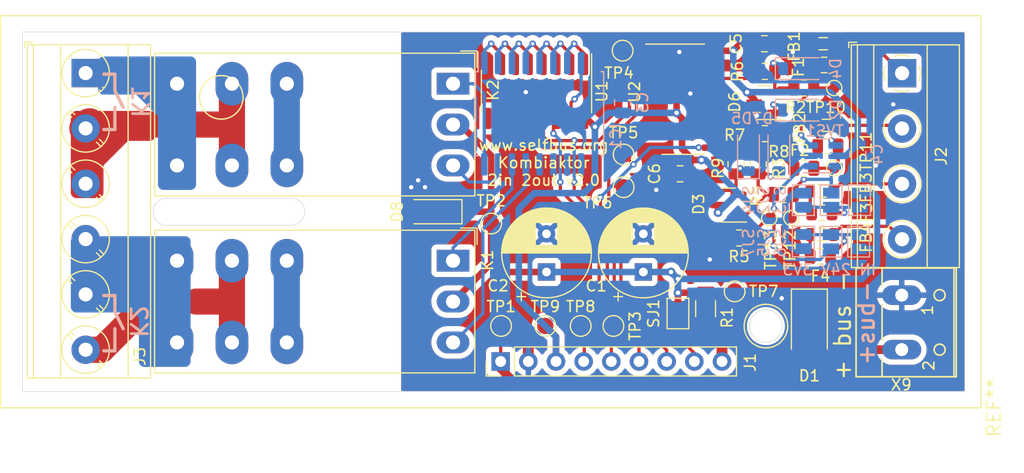
<source format=kicad_pcb>
(kicad_pcb (version 20240108) (generator "pcbnew") (generator_version "8.0")
  (layers (0 "F.Cu" signal) (31 "B.Cu" signal) (34 "B.Paste" user) (35 "F.Paste" user) (36 "B.SilkS" user "B.Silkscreen") (37 "F.SilkS" user "F.Silkscreen") (38 "B.Mask" user) (39 "F.Mask" user) (44 "Edge.Cuts" user))
  (net 0 "")
  (net 1 "GND")
  (net 2 "Net-(D2-K)")
  (net 3 "+3V3")
  (net 4 "VBUS")
  (net 5 "Net-(TVS1-I{slash}O2)")
  (net 6 "/EIB_DC")
  (net 7 "Net-(F1-Pad2)")
  (net 8 "Net-(TVS1-I{slash}O3)")
  (net 9 "Net-(F2-Pad2)")
  (net 10 "Net-(D5-K)")
  (net 11 "Net-(F3-Pad2)")
  (net 12 "Net-(D7-K)")
  (net 13 "Net-(F4-Pad2)")
  (net 14 "/IN1")
  (net 15 "/IN2")
  (net 16 "/IN3")
  (net 17 "/IN4")
  (net 22 "Net-(IC1-O4)")
  (net 23 "Net-(IC1-O3)")
  (net 24 "Net-(IC1-O2)")
  (net 25 "Net-(IC1-O1)")
  (net 26 "/PWM")
  (net 27 "/MOSI")
  (net 28 "/SSEL")
  (net 29 "/MISO")
  (net 30 "/SCK")
  (net 31 "/HV_2B")
  (net 32 "/HV_2A")
  (net 33 "/HV_1B")
  (net 34 "/HV_1A")
  (net 37 "Net-(D4-K)")
  (net 38 "/IO3F")
  (net 39 "/IO4F")
  (net 40 "/IO3")
  (net 41 "/I1D")
  (net 42 "/I2D")
  (net 43 "/I3D")
  (net 44 "/I4D")
  (net 46 "/O1")
  (net 47 "/O8")
  (net 48 "/O7")
  (net 49 "/O6")
  (net 50 "/O5")
  (net 51 "/O4")
  (net 52 "/O3")
  (net 53 "/O2")
  (net 54 "/IO4")
  (net 55 "VDD")
  (net 56 "unconnected-(K1-Pad12)")
  (net 57 "unconnected-(K2-Pad12)")
  (footprint "selfbus:HFE20-GENERIC-COMBO" (layer "F.Cu") (at 145.09 40.5 180)
    (property "Reference" "K2")
    (property "Value" "HFE20-1/24-1HSD-L2")
  )
  (footprint "Capacitor_THT:CP_Radial_D8.0mm_P3.50mm" (layer "F.Cu") (at 162.56 57.785 90)
    (property "Reference" "C1")
    (property "Value" "330µF/35V")
  )
  (footprint "TestPoint:TestPoint_Pad_D1.5mm" (layer "F.Cu") (at 170.942 59.563)
    (property "Reference" "TP7")
    (property "Value" "EIB_DC")
  )
  (footprint "selfbus:HUT_CNMB_2" (layer "F.Cu") (at 193.562092 70.251281 90)
    (property "Reference" "REF**")
    (property "Value" "Val**")
    (fp_line (start 34.5 -88) (end 1.5 -88) (stroke (width 0.05)) (layer "Edge.Cuts"))
    (fp_line (start 1.5 -88) (end 1.5 -1.5) (stroke (width 0.05)) (layer "Edge.Cuts"))
    (fp_line (start 34.5 -1.5) (end 34.5 -88) (stroke (width 0.05)) (layer "Edge.Cuts"))
    (fp_line (start 1.5 -1.5) (end 34.5 -1.5) (stroke (width 0.05)) (layer "Edge.Cuts"))
  )
  (footprint "Diode_SMD:D_MiniMELF" (layer "F.Cu") (at 143.25 52.25 180)
    (property "Reference" "D8")
    (property "Value" "12V")
  )
  (footprint "Inductor_SMD:L_0805_2012Metric" (layer "F.Cu") (at 178.945 50.34625)
    (property "Reference" "FB3")
    (property "Value" "1.5kΩ@100MHz")
  )
  (footprint "TestPoint:TestPoint_Pad_D1.5mm" (layer "F.Cu") (at 160.75 50)
    (property "Reference" "TP6")
    (property "Value" "SCK")
  )
  (footprint "Inductor_SMD:L_0805_2012Metric" (layer "F.Cu") (at 179.07 36.83)
    (property "Reference" "FB1")
    (property "Value" "1.5kΩ@100MHz")
  )
  (footprint "Resistor_SMD:R_0805_2012Metric" (layer "F.Cu") (at 175.4075 50.673 180)
    (property "Reference" "R4")
    (property "Value" "1k")
  )
  (footprint "TestPoint:TestPoint_Pad_D1.0mm" (layer "F.Cu") (at 180.086 40.894)
    (property "Reference" "TP10")
    (property "Value" "IN1")
  )
  (footprint "Fuse:Fuse_0805_2012Metric" (layer "F.Cu") (at 179.4995 46.228 180)
    (property "Reference" "F2")
    (property "Value" "BSMD0805-005-33V")
  )
  (footprint "TestPoint:TestPoint_Pad_D1.0mm" (layer "F.Cu") (at 176.149 52.832)
    (property "Reference" "TP12")
    (property "Value" "IN3")
  )
  (footprint "Connector_PinHeader_2.54mm:PinHeader_1x09_P2.54mm_Vertical" (layer "F.Cu") (at 149.46 66 90)
    (property "Reference" "J1")
    (property "Value" "Con_CTRL")
  )
  (footprint "Capacitor_SMD:C_0805_2012Metric" (layer "F.Cu") (at 173.67 36.83)
    (property "Reference" "C5")
    (property "Value" "100n")
  )
  (footprint "Resistor_SMD:R_0805_2012Metric" (layer "F.Cu") (at 177.292 40.894 180)
    (property "Reference" "R2")
    (property "Value" "1k")
  )
  (footprint "Package_SO:SOIC-16_3.9x9.9mm_P1.27mm" (layer "F.Cu") (at 152.75 41.21 -90)
    (property "Reference" "U1")
    (property "Value" "74HC595")
  )
  (footprint "TestPoint:TestPoint_Pad_D1.5mm" (layer "F.Cu") (at 153.56 62.738)
    (property "Reference" "TP9")
    (property "Value" "3V3")
  )
  (footprint "Inductor_SMD:L_0805_2012Metric" (layer "F.Cu") (at 178.945 54.34625)
    (property "Reference" "FB4")
    (property "Value" "1.5kΩ@100MHz")
  )
  (footprint "selfbus:HFE20-GENERIC-COMBO" (layer "F.Cu") (at 145.09 56.75 180)
    (property "Reference" "K1")
    (property "Value" "HFE20-1/24-1HSD-L2")
  )
  (footprint "Capacitor_SMD:C_0805_2012Metric" (layer "F.Cu") (at 165.928 48.768 180)
    (property "Reference" "C6")
    (property "Value" "100n")
  )
  (footprint "Jumper:SolderJumper-2_P1.3mm_Open_Pad1.0x1.5mm" (layer "F.Cu") (at 165.735 61.595 90)
    (property "Reference" "SJ1")
    (property "Value" "RELAY_24V")
  )
  (footprint "TestPoint:TestPoint_Pad_D1.0mm" (layer "F.Cu") (at 174.117 52.832)
    (property "Reference" "TP13")
    (property "Value" "IN4")
  )
  (footprint "TestPoint:TestPoint_Pad_D1.5mm" (layer "F.Cu") (at 149.5 62.738)
    (property "Reference" "TP1")
    (property "Value" "VBUS")
  )
  (footprint "Inductor_SMD:L_0805_2012Metric" (layer "F.Cu") (at 179.3705 44.323)
    (property "Reference" "FB2")
    (property "Value" "1.5kΩ@100MHz")
  )
  (footprint "Resistor_SMD:R_0805_2012Metric" (layer "F.Cu") (at 171.069 47.879 -90)
    (property "Reference" "R9")
    (property "Value" "100")
  )
  (footprint "selfbus:W237-102" (layer "F.Cu") (at 187.548558 62.410797 -90)
    (property "Reference" "X9")
    (property "Value" "W237-102")
  )
  (footprint "TestPoint:TestPoint_Pad_D1.5mm" (layer "F.Cu") (at 156.81 62.738)
    (property "Reference" "TP8")
    (property "Value" "PWM")
  )
  (footprint "Diode_SMD:D_SMA" (layer "F.Cu") (at 177.8 62.865 -90)
    (property "Reference" "D1")
    (property "Value" "SMAJ40CA")
  )
  (footprint "Resistor_SMD:R_1206_3216Metric" (layer "F.Cu") (at 168.275 61.1525 90)
    (property "Reference" "R1")
    (property "Value" "680")
  )
  (footprint "Package_TO_SOT_SMD:SOT-23" (layer "F.Cu") (at 173.6875 42.23 180)
    (property "Reference" "D6")
    (property "Value" "BAT54C")
  )
  (footprint "TestPoint:TestPoint_Pad_D1.5mm" (layer "F.Cu") (at 160.655 37.465)
    (property "Reference" "TP4")
    (property "Value" "SSEL")
  )
  (footprint "TestPoint:TestPoint_Pad_D1.0mm" (layer "F.Cu") (at 180.086 48.26)
    (property "Reference" "TP11")
    (property "Value" "IN2")
  )
  (footprint "Fuse:Fuse_0805_2012Metric" (layer "F.Cu") (at 178.8075 56.34625 180)
    (property "Reference" "F4")
    (property "Value" "BSMD0805-005-33V")
  )
  (footprint "Package_TO_SOT_SMD:SOT-23" (layer "F.Cu") (at 170.3555 51.6405 180)
    (property "Reference" "D3")
    (property "Value" "BAT54C")
  )
  (footprint "Resistor_SMD:R_0805_2012Metric" (layer "F.Cu") (at 173.7125 39.37 180)
    (property "Reference" "R6")
    (property "Value" "100")
  )
  (footprint "Resistor_SMD:R_0805_2012Metric" (layer "F.Cu") (at 177.292 48.26 180)
    (property "Reference" "R3")
    (property "Value" "1k")
  )
  (footprint "Resistor_SMD:R_0805_2012Metric" (layer "F.Cu") (at 173.101 47.879 90)
    (property "Reference" "R8")
    (property "Value" "100")
  )
  (footprint "TestPoint:TestPoint_Pad_D1.5mm" (layer "F.Cu") (at 160.75 47)
    (property "Reference" "TP5")
    (property "Value" "MISO")
  )
  (footprint "Resistor_SMD:R_0805_2012Metric" (layer "F.Cu") (at 173.7125 45.085 180)
    (property "Reference" "R7")
    (property "Value" "100")
  )
  (footprint "Fuse:Fuse_0805_2012Metric" (layer "F.Cu") (at 179.1485 38.7835 180)
    (property "Reference" "F1")
    (property "Value" "BSMD0805-005-33V")
  )
  (footprint "TerminalBlock_Phoenix:TerminalBlock_Phoenix_MKDS-1,5-4-5.08_1x04_P5.08mm_Horizontal" (layer "F.Cu") (at 186.310558 39.534639 -90)
    (property "Reference" "J2")
    (property "Value" "Con_IO")
  )
  (footprint "Capacitor_THT:CP_Radial_D8.0mm_P3.50mm" (layer "F.Cu") (at 153.67 57.785 90)
    (property "Reference" "C2")
    (property "Value" "330µF/35V")
  )
  (footprint "TestPoint:TestPoint_Pad_D1.5mm" (layer "F.Cu") (at 159.81 62.738)
    (property "Reference" "TP3")
    (property "Value" "MOSI")
  )
  (footprint "Package_SO:SO-16_3.9x9.9mm_P1.27mm" (layer "F.Cu") (at 166.225 41.925)
    (property "Reference" "U2")
    (property "Value" "74HC165")
  )
  (footprint "Fuse:Fuse_0805_2012Metric" (layer "F.Cu") (at 178.945 52.34625 180)
    (property "Reference" "F3")
    (property "Value" "BSMD0805-005-33V")
  )
  (footprint "TestPoint:TestPoint_Pad_D1.5mm" (layer "F.Cu") (at 148.59 53.34)
    (property "Reference" "TP2")
    (property "Value" "V_relay")
  )
  (footprint "TerminalBlock_Phoenix:TerminalBlock_Phoenix_MKDS-3-6-5.08_1x06_P5.08mm_Horizontal" (layer "F.Cu") (at 111.359754 39.522704 -90)
    (property "Reference" "J3")
    (property "Value" "Con_230V")
  )
  (footprint "Resistor_SMD:R_0805_2012Metric" (layer "F.Cu") (at 171.3503 54.6608 180)
    (property "Reference" "R5")
    (property "Value" "1k")
  )
  (footprint "Jumper:SolderJumper-2_P1.3mm_Open_Pad1.0x1.5mm" (layer "B.Cu") (at 182.3225 55.00625 90)
    (property "Reference" "SJ6")
    (property "Value" "IN4_VDD")
  )
  (footprint "Jumper:SolderJumper-2_P1.3mm_Open_Pad1.0x1.5mm" (layer "B.Cu") (at 179.7825 55.00625 90)
    (property "Reference" "SJ5")
    (property "Value" "IN4_INPUT")
  )
  (footprint "Capacitor_SMD:C_0805_2012Metric" (layer "B.Cu") (at 160.655 42.23 90)
    (property "Reference" "C3")
    (property "Value" "100n")
  )
  (footprint "Package_TO_SOT_SMD:SOT-23-6" (layer "B.Cu") (at 179.07 47.1225)
    (property "Reference" "TVS1")
    (property "Value" "USBLC6-4SC6")
  )
  (footprint "Jumper:SolderJumper-2_P1.3mm_Open_Pad1.0x1.5mm" (layer "B.Cu") (at 177.2425 51.19625 -90)
    (property "Reference" "SJ4")
    (property "Value" "IN3_3V3")
  )
  (footprint "Package_SO:SOIC-18W_7.5x11.6mm_P1.27mm" (layer "B.Cu") (at 153.035 43.255 -90)
    (property "Reference" "IC1")
    (property "Value" "ULN2803")
  )
  (footprint "Capacitor_SMD:C_0805_2012Metric" (layer "B.Cu") (at 182.245 46.99 90)
    (property "Reference" "C4")
    (property "Value" "100n")
  )
  (footprint "Diode_SMD:D_SOD-123" (layer "B.Cu") (at 172.21 46.862 90)
    (property "Reference" "D5")
    (property "Value" "DDZ9684")
  )
  (footprint "Diode_SMD:D_SOD-123" (layer "B.Cu") (at 177.038 42.926)
    (property "Reference" "D2")
    (property "Value" "DDZ9684")
  )
  (footprint "Diode_SMD:D_SOD-123" (layer "B.Cu") (at 175.006 46.862 90)
    (property "Reference" "D7")
    (property "Value" "DDZ9684")
  )
  (footprint "Jumper:SolderJumper-2_P1.3mm_Open_Pad1.0x1.5mm" (layer "B.Cu") (at 182.4075 51.19625 -90)
    (property "Reference" "SJ3")
    (property "Value" "IN3_VDD")
  )
  (footprint "Jumper:SolderJumper-2_P1.3mm_Open_Pad1.0x1.5mm" (layer "B.Cu") (at 179.8075 51.19625 -90)
    (property "Reference" "SJ2")
    (property "Value" "IN3_INPUT")
  )
  (footprint "Jumper:SolderJumper-2_P1.3mm_Open_Pad1.0x1.5mm" (layer "B.Cu") (at 177.2425 54.99125 90)
    (property "Reference" "SJ7")
    (property "Value" "IN4_3V3")
  )
  (footprint "Diode_SMD:D_SOD-123" (layer "B.Cu") (at 177.038 39.116)
    (property "Reference" "D4")
    (property "Value" "DDZ9684")
  )
  (gr_line (start 114.046 59.944) (end 114.046 61.468) (stroke (width 0.3048)) (layer "B.SilkS"))
  (gr_line (start 114.046 61.468) (end 114.808 62.992) (stroke (width 0.3048)) (layer "B.SilkS"))
  (gr_line (start 114.046 42.672) (end 114.046 44.704) (stroke (width 0.3048)) (layer "B.SilkS"))
  (gr_line (start 114.046 44.704) (end 113.03 44.704) (stroke (width 0.3048)) (layer "B.SilkS"))
  (gr_line (start 113.03 39.624) (end 114.046 39.624) (stroke (width 0.3048)) (layer "B.SilkS"))
  (gr_line (start 113.03 59.944) (end 114.046 59.944) (stroke (width 0.3048)) (layer "B.SilkS"))
  (gr_line (start 114.046 62.992) (end 114.046 65.024) (stroke (width 0.3048)) (layer "B.SilkS"))
  (gr_line (start 114.046 65.024) (end 113.03 65.024) (stroke (width 0.3048)) (layer "B.SilkS"))
  (gr_line (start 114.046 41.148) (end 114.808 42.672) (stroke (width 0.3048)) (layer "B.SilkS"))
  (gr_line (start 114.046 39.624) (end 114.046 41.148) (stroke (width 0.3048)) (layer "B.SilkS"))
  (gr_poly (pts (xy 130.342049 51.005032) (xy 130.562546 51.045046) (xy 130.772355 51.123789) (xy 130.964732 51.238729) (xy 131.133494 51.386172) (xy 131.273217 51.561379) (xy 131.37941 51.758719) (xy 131.44866 51.971849) (xy 131.478741 52.193919) (xy 131.468687 52.417792) (xy 131.418821 52.636271) (xy 131.330744 52.842336) (xy 131.207289 53.029362) (xy 131.052423 53.191339) (xy 130.871124 53.323061) (xy 130.669219 53.420294) (xy 130.453196 53.479912) (xy 130.23 53.5) (xy 118.8 53.5) (xy 118.687951 53.494968) (xy 118.467454 53.454954) (xy 118.257645 53.376211) (xy 118.065268 53.261271) (xy 117.896506 53.113828) (xy 117.756783 52.938621) (xy 117.65059 52.741281) (xy 117.58134 52.528151) (xy 117.551259 52.306081) (xy 117.561313 52.082208) (xy 117.611179 51.863729) (xy 117.699256 51.657664) (xy 117.822711 51.470638) (xy 117.977577 51.308661) (xy 118.158876 51.176939) (xy 118.360781 51.079706) (xy 118.576804 51.020088) (xy 118.8 51) (xy 130.23 51)) (stroke (width 0.05)) (fill none) (layer "Edge.Cuts"))
  (gr_circle (center 173.812092 62.751281) (end 175.312092 62.751281) (stroke (width 0.05)) (fill none) (layer "Edge.Cuts"))
  (gr_text "K1" (at 117.221 40.513 -90) (layer "B.SilkS") (effects (font (size 1.5 1.5) (thickness 0.25) (bold yes)) (justify right top mirror)))
  (gr_text "K2" (at 117.094 60.706 -90) (layer "B.SilkS") (effects (font (size 1.5 1.5) (thickness 0.25) (bold yes)) (justify right top mirror)))
  (gr_text "-bus+" (at 183.896 62.484 90) (layer "B.SilkS") (effects (font (size 1.5 1.5) (thickness 0.25) (bold yes)) (justify bottom mirror)))
  (gr_text "IN 24V 3V3" (at 184.023 58.166 0) (layer "B.SilkS") (effects (font (size 1 1) (thickness 0.15) (bold yes)) (justify left bottom mirror)))
  (gr_text "www.selfbus.org\nKombiaktor\n2in 2out v2.0" (at 153.416 47.75 0) (layer "F.SilkS") (effects (font (size 1 1))))
  (gr_text "+ bus -" (at 180.848 62.738 90) (layer "F.SilkS") (effects (font (size 1.5 1.5) (thickness 0.2))))
  (segment (start 152 66) (end 152 64.223943) (width 1) (layer "F.Cu") (net 1))
  (via (at 172.974 43.434) (size 0.8) (drill 0.4) (layers "F.Cu" "B.Cu") (net 1))
  (via (at 183.896 48.006) (size 0.8) (drill 0.4) (layers "F.Cu" "B.Cu") (net 1))
  (via (at 168.656 56.642) (size 0.8) (drill 0.4) (layers "F.Cu" "B.Cu") (net 1))
  (via (at 163.75 50.25) (size 0.8) (drill 0.4) (layers "F.Cu" "B.Cu") (net 1))
  (via (at 175.26 60.198) (size 0.8) (drill 0.4) (layers "F.Cu" "B.Cu") (net 1))
  (via (at 166.878 41.402) (size 0.8) (drill 0.4) (layers "F.Cu" "B.Cu") (net 1))
  (via (at 141.25 50) (size 0.8) (drill 0.4) (layers "F.Cu" "B.Cu") (net 1))
  (via (at 176.276 37.592) (size 0.8) (drill 0.4) (layers "F.Cu" "B.Cu") (net 1))
  (via (at 142.52 50) (size 0.8) (drill 0.4) (layers "F.Cu" "B.Cu") (net 1))
  (via (at 165.862 37.592) (size 0.8) (drill 0.4) (layers "F.Cu" "B.Cu") (net 1))
  (via (at 151.765 41.275) (size 0.8) (drill 0.4) (layers "F.Cu" "B.Cu") (net 1))
  (via (at 185.5 42.4) (size 0.8) (drill 0.4) (layers "F.Cu" "B.Cu") (net 1))
  (via (at 141.885 49.365) (size 0.8) (drill 0.4) (layers "F.Cu" "B.Cu") (net 1))
  (segment (start 174.625 46.5055) (end 176.3795 48.26) (width 0.3) (layer "F.Cu") (net 2))
  (segment (start 174.625 42.545) (end 174.625 43.18) (width 0.3) (layer "F.Cu") (net 2))
  (segment (start 174.625 45.085) (end 174.625 46.5055) (width 0.3) (layer "F.Cu") (net 2))
  (segment (start 174.625 43.18) (end 174.625 45.085) (width 0.3) (layer "F.Cu") (net 2))
  (segment (start 174.498 42.418) (end 174.625 42.545) (width 0.3) (layer "F.Cu") (net 2))
  (via (at 174.498 42.418) (size 0.6) (drill 0.3) (layers "F.Cu" "B.Cu") (net 2))
  (segment (start 174.88 42.418) (end 175.388 42.926) (width 0.3) (layer "B.Cu") (net 2))
  (segment (start 174.498 42.418) (end 174.88 42.418) (width 0.3) (layer "B.Cu") (net 2))
  (segment (start 170.8 37.48) (end 168.8 37.48) (width 0.6) (layer "F.Cu") (net 3))
  (segment (start 172.72 36.83) (end 171.45 36.83) (width 0.6) (layer "F.Cu") (net 3))
  (segment (start 166.878 47.752) (end 166.878 48.768) (width 0.6) (layer "F.Cu") (net 3))
  (segment (start 171.45 36.83) (end 170.8 37.48) (width 0.6) (layer "F.Cu") (net 3))
  (segment (start 169.418 51.6405) (end 169.418 52.324) (width 0.6) (layer "F.Cu") (net 3))
  (segment (start 154.54 63.718) (end 153.56 62.738) (width 0.6) (layer "F.Cu") (net 3))
  (segment (start 165.608 43.18) (end 166.116 43.688) (width 0.6) (layer "F.Cu") (net 3))
  (segment (start 154.54 66) (end 154.54 63.718) (width 0.6) (layer "F.Cu") (net 3))
  (segment (start 165.608 39.878) (end 168.006 37.48) (width 0.6) (layer "F.Cu") (net 3))
  (segment (start 157.195 43.685) (end 157.35 43.685) (width 0.6) (layer "F.Cu") (net 3))
  (segment (start 167.894 47.498) (end 167.132 47.498) (width 0.6) (layer "F.Cu") (net 3))
  (segment (start 157.35 43.685) (end 158.115 44.45) (width 0.6) (layer "F.Cu") (net 3))
  (segment (start 165.608 43.18) (end 165.608 39.878) (width 0.6) (layer "F.Cu") (net 3))
  (segment (start 168.006 37.48) (end 168.8 37.48) (width 0.6) (layer "F.Cu") (net 3))
  (segment (start 166.116 43.688) (end 166.116 46.482) (width 0.6) (layer "F.Cu") (net 3))
  (segment (start 167.132 47.498) (end 166.878 47.752) (width 0.6) (layer "F.Cu") (net 3))
  (segment (start 172.75 42.23) (end 172.75 41.94) (width 0.6) (layer "F.Cu") (net 3))
  (segment (start 166.116 46.482) (end 167.132 47.498) (width 0.6) (layer "F.Cu") (net 3))
  (segment (start 172.75 41.94) (end 172.085 41.275) (width 0.6) (layer "F.Cu") (net 3))
  (via (at 172.085 41.275) (size 0.8) (drill 0.4) (layers "F.Cu" "B.Cu") (net 3))
  (via (at 165.608 43.18) (size 0.8) (drill 0.4) (layers "F.Cu" "B.Cu") (net 3))
  (via (at 169.418 52.324) (size 0.8) (drill 0.4) (layers "F.Cu" "B.Cu") (net 3))
  (via (at 167.894 47.498) (size 0.8) (drill 0.4) (layers "F.Cu" "B.Cu") (net 3))
  (via (at 170.815 37.48) (size 0.8) (drill 0.4) (layers "F.Cu" "B.Cu") (net 3))
  (via (at 158.115 44.45) (size 0.8) (drill 0.4) (layers "F.Cu" "B.Cu") (net 3))
  (segment (start 182.245 43.815) (end 182.245 46.04) (width 0.6) (layer "B.Cu") (net 3))
  (segment (start 151.13 51.9684) (end 151.13 60.325) (width 0.6) (layer "B.Cu") (net 3))
  (segment (start 158.115 47.905) (end 158.115 45.085) (width 0.6) (layer "B.Cu") (net 3))
  (segment (start 175.6075 54.95625) (end 175.6075 53.08625) (width 0.6) (layer "B.Cu") (net 3))
  (segment (start 173.83785 53.08625) (end 175.6075 53.08625) (width 0.6) (layer "B.Cu") (net 3))
  (segment (start 168.2496 47.498) (end 171.2468 50.4952) (width 0.6) (layer "B.Cu") (net 3))
  (segment (start 172.085 41.275) (end 179.705 41.275) (width 0.6) (layer "B.Cu") (net 3))
  (segment (start 170.815 37.48) (end 170.815 40.005) (width 0.6) (layer "B.Cu") (net 3))
  (segment (start 157.099 50.546) (end 152.5524 50.546) (width 0.6) (layer "B.Cu") (net 3))
  (segment (start 169.418 52.324) (end 171.2468 50.4952) (width 0.6) (layer "B.Cu") (net 3))
  (segment (start 154.54 63.735) (end 154.54 66) (width 0.6) (layer "B.Cu") (net 3))
  (segment (start 151.13 60.325) (end 154.54 63.735) (width 0.6) (layer "B.Cu") (net 3))
  (segment (start 177.2425 50.54625) (end 176.4075 50.54625) (width 0.6) (layer "B.Cu") (net 3))
  (segment (start 158.115 47.905) (end 158.115 49.53) (width 0.6) (layer "B.Cu") (net 3))
  (segment (start 167.894 47.498) (end 168.2496 47.498) (width 0.6) (layer "B.Cu") (net 3))
  (segment (start 176.4075 50.54625) (end 175.6075 51.34625) (width 0.6) (layer "B.Cu") (net 3))
  (segment (start 179.705 41.275) (end 182.245 43.815) (width 0.6) (layer "B.Cu") (net 3))
  (segment (start 158.115 49.53) (end 157.099 50.546) (width 0.6) (layer "B.Cu") (net 3))
  (segment (start 152.5524 50.546) (end 151.13 51.9684) (width 0.6) (layer "B.Cu") (net 3))
  (segment (start 181.1625 47.1225) (end 182.245 46.04) (width 0.6) (layer "B.Cu") (net 3))
  (segment (start 175.6075 51.34625) (end 175.6075 53.08625) (width 0.6) (layer "B.Cu") (net 3))
  (segment (start 176.2925 55.64125) (end 175.6075 54.95625) (width 0.6) (layer "B.Cu") (net 3))
  (segment (start 158.115 45.085) (end 158.115 44.45) (width 0.6) (layer "B.Cu") (net 3))
  (segment (start 180.2075 47.1225) (end 181.1625 47.1225) (width 0.6) (layer "B.Cu") (net 3))
  (segment (start 177.2425 55.64125) (end 176.2925 55.64125) (width 0.6) (layer "B.Cu") (net 3))
  (segment (start 158.115 44.45) (end 159.385 43.18) (width 0.6) (layer "B.Cu") (net 3))
  (segment (start 171.2468 50.4952) (end 173.83785 53.08625) (width 0.6) (layer "B.Cu") (net 3))
  (segment (start 160.655 43.18) (end 165.608 43.18) (width 0.6) (layer "B.Cu") (net 3))
  (segment (start 170.815 40.005) (end 172.085 41.275) (width 0.6) (layer "B.Cu") (net 3))
  (segment (start 159.385 43.18) (end 160.655 43.18) (width 0.6) (layer "B.Cu") (net 3))
  (segment (start 149.46 66) (end 149.46 62.89) (width 0.3) (layer "F.Cu") (net 4))
  (segment (start 186.276179 64.913176) (end 186.278558 64.910797) (width 0.8) (layer "F.Cu") (net 4))
  (segment (start 175.895 67.945) (end 177.8 66.04) (width 0.8) (layer "F.Cu") (net 4))
  (segment (start 177.8 66.04) (end 177.8 64.865) (width 0.8) (layer "F.Cu") (net 4))
  (segment (start 150.75 67.945) (end 175.895 67.945) (width 0.8) (layer "F.Cu") (net 4))
  (segment (start 177.8 64.865) (end 177.848176 64.913176) (width 0.8) (layer "F.Cu") (net 4))
  (segment (start 177.848176 64.913176) (end 186.276179 64.913176) (width 0.8) (layer "F.Cu") (net 4))
  (segment (start 149.46 62.89) (end 149.5 62.85) (width 0.8) (layer "F.Cu") (net 4))
  (segment (start 149.46 66) (end 149.46 66.655) (width 0.8) (layer "F.Cu") (net 4))
  (segment (start 149.46 66.655) (end 150.75 67.945) (width 0.8) (layer "F.Cu") (net 4))
  (segment (start 177.038 42.0605) (end 177.038 45.212) (width 0.3) (layer "F.Cu") (net 5))
  (segment (start 180.086 38.7835) (end 180.086 40.894) (width 0.3) (layer "F.Cu") (net 5))
  (segment (start 180.086 40.894) (end 178.2045 40.894) (width 0.3) (layer "F.Cu") (net 5))
  (segment (start 178.2045 40.894) (end 177.038 42.0605) (width 0.3) (layer "F.Cu") (net 5))
  (via (at 177.038 45.212) (size 0.6) (drill 0.3) (layers "F.Cu" "B.Cu") (net 5))
  (segment (start 177.038 45.278) (end 177.9325 46.1725) (width 0.3) (layer "B.Cu") (net 5))
  (segment (start 177.038 45.212) (end 177.038 45.278) (width 0.3) (layer "B.Cu") (net 5))
  (segment (start 168.525 62.615) (end 170.942 60.198) (width 0.6) (layer "F.Cu") (net 6))
  (segment (start 166.105 62.615) (end 165.735 62.245) (width 0.6) (layer "F.Cu") (net 6))
  (segment (start 168.275 62.615) (end 166.105 62.615) (width 0.6) (layer "F.Cu") (net 6))
  (segment (start 170.942 60.198) (end 170.942 59.563) (width 0.6) (layer "F.Cu") (net 6))
  (segment (start 168.22 62.67) (end 168.275 62.615) (width 0.6) (layer "F.Cu") (net 6))
  (segment (start 168.275 62.615) (end 168.525 62.615) (width 0.6) (layer "F.Cu") (net 6))
  (segment (start 169.78 66) (end 169.78 64.53) (width 1) (layer "F.Cu") (net 6))
  (segment (start 168.275 63.025) (end 168.275 62.615) (width 1) (layer "F.Cu") (net 6))
  (segment (start 169.78 64.53) (end 168.275 63.025) (width 1) (layer "F.Cu") (net 6))
  (segment (start 178.211 37.0335) (end 178.0075 36.83) (width 0.3) (layer "F.Cu") (net 7))
  (segment (start 178.211 38.7835) (end 178.211 37.0335) (width 0.3) (layer "F.Cu") (net 7))
  (segment (start 180.34 46.228) (end 179.832 45.72) (width 0.3) (layer "F.Cu") (net 8))
  (segment (start 180.437 46.228) (end 180.437 47.909) (width 0.3) (layer "F.Cu") (net 8))
  (segment (start 180.437 46.228) (end 180.34 46.228) (width 0.3) (layer "F.Cu") (net 8))
  (segment (start 178.2045 48.26) (end 180.086 48.26) (width 0.3) (layer "F.Cu") (net 8))
  (segment (start 180.437 47.909) (end 180.086 48.26) (width 0.3) (layer "F.Cu") (net 8))
  (via (at 179.832 45.72) (size 0.6) (drill 0.3) (layers "F.Cu" "B.Cu") (net 8))
  (segment (start 179.832 45.72) (end 179.832 45.797) (width 0.3) (layer "B.Cu") (net 8))
  (segment (start 179.832 45.797) (end 180.2075 46.1725) (width 0.3) (layer "B.Cu") (net 8))
  (segment (start 178.562 44.577) (end 178.308 44.323) (width 0.3) (layer "F.Cu") (net 9))
  (segment (start 178.562 46.228) (end 178.562 44.577) (width 0.3) (layer "F.Cu") (net 9))
  (segment (start 171.069 50.4665) (end 171.293 50.6905) (width 0.3) (layer "F.Cu") (net 10))
  (segment (start 170.4378 54.6608) (end 168.7068 54.6608) (width 0.3) (layer "F.Cu") (net 10))
  (segment (start 168.656 50.292) (end 170.8945 50.292) (width 0.3) (layer "F.Cu") (net 10))
  (segment (start 171.069 48.641) (end 171.45 48.26) (width 0.3) (layer "F.Cu") (net 10))
  (segment (start 168.148 54.102) (end 168.148 50.8) (width 0.3) (layer "F.Cu") (net 10))
  (segment (start 170.8945 50.292) (end 171.293 50.6905) (width 0.3) (layer "F.Cu") (net 10))
  (segment (start 171.069 48.7915) (end 171.069 48.641) (width 0.3) (layer "F.Cu") (net 10))
  (segment (start 168.148 50.8) (end 168.656 50.292) (width 0.3) (layer "F.Cu") (net 10))
  (segment (start 168.7068 54.6608) (end 168.148 54.102) (width 0.3) (layer "F.Cu") (net 10))
  (segment (start 171.069 48.7915) (end 171.069 50.4665) (width 0.3) (layer "F.Cu") (net 10))
  (via (at 171.45 48.26) (size 0.6) (drill 0.3) (layers "F.Cu" "B.Cu") (net 10))
  (segment (start 171.702 48.512) (end 171.45 48.26) (width 0.3) (layer "B.Cu") (net 10))
  (segment (start 172.21 48.512) (end 171.702 48.512) (width 0.3) (layer "B.Cu") (net 10))
  (segment (start 177.8825 52.22125) (end 178.0075 52.34625) (width 0.3) (layer "F.Cu") (net 11))
  (segment (start 177.8825 50.34625) (end 177.8825 52.22125) (width 0.3) (layer "F.Cu") (net 11))
  (segment (start 174.244 49.022) (end 174.0135 48.7915) (width 0.3) (layer "F.Cu") (net 12))
  (segment (start 174.0135 48.7915) (end 173.101 48.7915) (width 0.3) (layer "F.Cu") (net 12))
  (segment (start 171.293 52.5905) (end 171.9455 52.5905) (width 0.3) (layer "F.Cu") (net 12))
  (segment (start 173.899 50.673) (end 173.101 49.875) (width 0.3) (layer "F.Cu") (net 12))
  (segment (start 171.9455 52.5905) (end 173.863 50.673) (width 0.3) (layer "F.Cu") (net 12))
  (segment (start 174.495 50.673) (end 173.899 50.673) (width 0.3) (layer "F.Cu") (net 12))
  (segment (start 173.101 48.7915) (end 173.101 49.875) (width 0.3) (layer "F.Cu") (net 12))
  (segment (start 173.863 50.673) (end 173.899 50.673) (width 0.3) (layer "F.Cu") (net 12))
  (via (at 174.244 49.022) (size 0.6) (drill 0.3) (layers "F.Cu" "B.Cu") (net 12))
  (segment (start 174.754 48.512) (end 175.006 48.512) (width 0.3) (layer "B.Cu") (net 12))
  (segment (start 174.244 49.022) (end 174.754 48.512) (width 0.3) (layer "B.Cu") (net 12))
  (segment (start 177.87 54.35875) (end 177.8825 54.34625) (width 0.3) (layer "F.Cu") (net 13))
  (segment (start 177.87 56.34625) (end 177.87 54.35875) (width 0.3) (layer "F.Cu") (net 13))
  (segment (start 180.1325 36.83) (end 183.605919 36.83) (width 0.3) (layer "F.Cu") (net 14))
  (segment (start 183.605919 36.83) (end 186.310558 39.534639) (width 0.3) (layer "F.Cu") (net 14))
  (segment (start 180.433 44.323) (end 186.018919 44.323) (width 0.3) (layer "F.Cu") (net 15))
  (segment (start 186.018919 44.323) (end 186.310558 44.614639) (width 0.3) (layer "F.Cu") (net 15))
  (segment (start 176.149 50.51725) (end 176.32 50.34625) (width 0.3) (layer "F.Cu") (net 16))
  (segment (start 177.292 49.276) (end 176.32 50.248) (width 0.3) (layer "F.Cu") (net 16))
  (segment (start 176.32 50.248) (end 176.32 50.673) (width 0.3) (layer "F.Cu") (net 16))
  (segment (start 176.149 52.832) (end 176.149 50.51725) (width 0.3) (layer "F.Cu") (net 16))
  (via (at 177.292 49.276) (size 0.6) (drill 0.3) (layers "F.Cu" "B.Cu") (net 16))
  (segment (start 179.8075 50.54625) (end 179.8075 49.5545) (width 0.3) (layer "B.Cu") (net 16))
  (segment (start 180.2075 48.3925) (end 180.2075 48.0725) (width 0.3) (layer "B.Cu") (net 16))
  (segment (start 179.8075 49.276) (end 177.292 49.276) (width 0.3) (layer "B.Cu") (net 16))
  (segment (start 179.8075 48.7925) (end 180.2075 48.3925) (width 0.3) (layer "B.Cu") (net 16))
  (segment (start 179.8075 49.5545) (end 179.8075 49.276) (width 0.3) (layer "B.Cu") (net 16))
  (segment (start 179.8075 49.5545) (end 179.8075 48.7925) (width 0.3) (layer "B.Cu") (net 16))
  (segment (start 174.5488 52.4002) (end 174.117 52.832) (width 0.3) (layer "F.Cu") (net 17))
  (segment (start 172.2628 54.5592) (end 172.2628 54.6608) (width 0.3) (layer "F.Cu") (net 17))
  (segment (start 173.99 52.832) (end 172.2628 54.5592) (width 0.3) (layer "F.Cu") (net 17))
  (segment (start 174.498 55.372) (end 174.5488 55.3212) (width 0.3) (layer "F.Cu") (net 17))
  (segment (start 174.5488 51.9684) (end 174.5488 52.4002) (width 0.3) (layer "F.Cu") (net 17))
  (segment (start 174.117 52.832) (end 173.99 52.832) (width 0.3) (layer "F.Cu") (net 17))
  (segment (start 174.5488 55.3212) (end 174.5488 52.4002) (width 0.3) (layer "F.Cu") (net 17))
  (via (at 174.5488 51.9684) (size 0.6) (drill 0.3) (layers "F.Cu" "B.Cu") (net 17))
  (via (at 174.498 55.372) (size 0.6) (drill 0.3) (layers "F.Cu" "B.Cu") (net 17))
  (segment (start 178.79675 56.642) (end 179.7825 55.65625) (width 0.3) (layer "B.Cu") (net 17))
  (segment (start 174.5488 50.7492) (end 177.2255 48.0725) (width 0.3) (layer "B.Cu") (net 17))
  (segment (start 177.2255 48.0725) (end 177.9325 48.0725) (width 0.3) (layer "B.Cu") (net 17))
  (segment (start 174.5488 51.9684) (end 174.5488 50.7492) (width 0.3) (layer "B.Cu") (net 17))
  (segment (start 174.498 55.372) (end 175.768 56.642) (width 0.3) (layer "B.Cu") (net 17))
  (segment (start 175.768 56.642) (end 178.79675 56.642) (width 0.3) (layer "B.Cu") (net 17))
  (segment (start 147.828 61.5662) (end 145.1442 64.25) (width 0.3) (layer "B.Cu") (net 22))
  (segment (start 151.765 49.911) (end 147.828 53.848) (width 0.3) (layer "B.Cu") (net 22))
  (segment (start 147.828 53.848) (end 147.828 61.5662) (width 0.3) (layer "B.Cu") (net 22))
  (segment (start 151.765 47.905) (end 151.765 49.911) (width 0.3) (layer "B.Cu") (net 22))
  (segment (start 145.09 55.57) (end 150.495 50.165) (width 0.3) (layer "B.Cu") (net 23))
  (segment (start 145.09 56.75) (end 145.09 55.57) (width 0.3) (layer "B.Cu") (net 23))
  (segment (start 150.495 50.165) (end 150.495 47.905) (width 0.3) (layer "B.Cu") (net 23))
  (segment (start 145 48.25) (end 145 47.75) (width 0.3) (layer "B.Cu") (net 24))
  (segment (start 149.225 48.929999) (end 148.624999 49.53) (width 0.3) (layer "B.Cu") (net 24))
  (segment (start 146.62 49.53) (end 148.624999 49.53) (width 0.3) (layer "B.Cu") (net 24))
  (segment (start 149.225 47.905) (end 149.225 48.929999) (width 0.3) (layer "B.Cu") (net 24))
  (segment (start 145.09 48) (end 146.62 49.53) (width 0.3) (layer "B.Cu") (net 24))
  (segment (start 147.955 41.455) (end 147.955 47.905) (width 0.3) (layer "B.Cu") (net 25))
  (segment (start 147 40.5) (end 147.955 41.455) (width 0.3) (layer "B.Cu") (net 25))
  (segment (start 145.09 40.5) (end 147 40.5) (width 0.3) (layer "B.Cu") (net 25))
  (segment (start 157.135 63.063) (end 157.135 65.945) (width 0.3) (layer "F.Cu") (net 26))
  (segment (start 156.81 62.738) (end 157.135 63.063) (width 0.3) (layer "F.Cu") (net 26))
  (segment (start 157.135 65.945) (end 157.08 66) (width 0.3) (layer "F.Cu") (net 26))
  (segment (start 159.62 66) (end 159.62 62.928) (width 0.3) (layer "F.Cu") (net 27))
  (segment (start 159.62 62.928) (end 159.81 62.738) (width 0.3) (layer "F.Cu") (net 27))
  (segment (start 158.5 61.34) (end 158.5 53.852) (width 0.3) (layer "F.Cu") (net 27))
  (segment (start 159.81 62.65) (end 158.5 61.34) (width 0.3) (layer "F.Cu") (net 27))
  (segment (start 154.305 44.035) (end 154.305 45.07) (width 0.3) (layer "F.Cu") (net 27))
  (segment (start 159.81 62.738) (end 159.81 62.65) (width 0.3) (layer "F.Cu") (net 27))
  (segment (start 154.94 50.292) (end 154.94 49.53) (width 0.3) (layer "F.Cu") (net 27))
  (segment (start 154.655 43.685) (end 154.305 44.035) (width 0.3) (layer "F.Cu") (net 27))
  (segment (start 158.5 53.852) (end 154.94 50.292) (width 0.3) (layer "F.Cu") (net 27))
  (via (at 154.305 45.07) (size 0.6) (drill 0.3) (layers "F.Cu" "B.Cu") (net 27))
  (via (at 154.94 49.53) (size 0.6) (drill 0.3) (layers "F.Cu" "B.Cu") (net 27))
  (segment (start 154.94 49.53) (end 154.94 45.705) (width 0.3) (layer "B.Cu") (net 27))
  (segment (start 154.94 45.705) (end 154.305 45.07) (width 0.3) (layer "B.Cu") (net 27))
  (segment (start 158.496 45.72) (end 161.29 42.926) (width 0.3) (layer "F.Cu") (net 28))
  (segment (start 162.16 66) (end 162.16 62.91) (width 0.3) (layer "F.Cu") (net 28))
  (segment (start 159.25 53.586) (end 156.21 50.546) (width 0.3) (layer "F.Cu") (net 28))
  (segment (start 159.25 60) (end 159.25 53.586) (width 0.3) (layer "F.Cu") (net 28))
  (segment (start 162.545 37.48) (end 163.65 37.48) (width 0.3) (layer "F.Cu") (net 28))
  (segment (start 161.29 38.735) (end 161.6075 38.4175) (width 0.3) (layer "F.Cu") (net 28))
  (segment (start 153.385 43.685) (end 153.385 45.355) (width 0.3) (layer "F.Cu") (net 28))
  (segment (start 160.655 37.465) (end 161.6075 38.4175) (width 0.3) (layer "F.Cu") (net 28))
  (segment (start 153.385 45.355) (end 153.75 45.72) (width 0.3) (layer "F.Cu") (net 28))
  (segment (start 161.6075 38.4175) (end 162.545 37.48) (width 0.3) (layer "F.Cu") (net 28))
  (segment (start 153.75 45.72) (end 158.496 45.72) (width 0.3) (layer "F.Cu") (net 28))
  (segment (start 162.16 62.91) (end 159.25 60) (width 0.3) (layer "F.Cu") (net 28))
  (segment (start 161.29 42.926) (end 161.29 38.735) (width 0.3) (layer "F.Cu") (net 28))
  (segment (start 156.21 50.546) (end 156.21 49.53) (width 0.3) (layer "F.Cu") (net 28))
  (via (at 156.21 49.53) (size 0.6) (drill 0.3) (layers "F.Cu" "B.Cu") (net 28))
  (via (at 156.21 45.705) (size 0.6) (drill 0.3) (layers "F.Cu" "B.Cu") (net 28))
  (segment (start 156.21 49.53) (end 156.21 45.705) (width 0.3) (layer "B.Cu") (net 28))
  (segment (start 158.623 51.943) (end 159.885 53.205) (width 0.3) (layer "F.Cu") (net 29))
  (segment (start 159.885 53.205) (end 159.885 59.365) (width 0.3) (layer "F.Cu") (net 29))
  (segment (start 163.25 62.73) (end 163.25 63.5) (width 0.3) (layer "F.Cu") (net 29))
  (segment (start 167.64 46.355) (end 168.785 46.355) (width 0.3) (layer "F.Cu") (net 29))
  (segment (start 159.885 59.365) (end 163.25 62.73) (width 0.3) (layer "F.Cu") (net 29))
  (segment (start 163.25 63.5) (end 164.7 64.95) (width 0.3) (layer "F.Cu") (net 29))
  (segment (start 160.75 47) (end 161.65 47.9) (width 0.3) (layer "F.Cu") (net 29))
  (segment (start 158.623 50.927) (end 158.623 51.943) (width 0.3) (layer "F.Cu") (net 29))
  (segment (start 168.785 46.355) (end 168.8 46.37) (width 0.3) (layer "F.Cu") (net 29))
  (segment (start 164.7 64.95) (end 164.7 66) (width 0.3) (layer "F.Cu") (net 29))
  (via (at 158.623 50.927) (size 0.6) (drill 0.3) (layers "F.Cu" "B.Cu") (net 29))
  (via (at 167.64 46.355) (size 0.6) (drill 0.3) (layers "F.Cu" "B.Cu") (net 29))
  (via (at 161.65 47.9) (size 0.6) (drill 0.3) (layers "F.Cu" "B.Cu") (net 29))
  (segment (start 161.65 47.9) (end 158.623 50.927) (width 0.3) (layer "B.Cu") (net 29))
  (segment (start 167.64 46.355) (end 163.195 46.355) (width 0.3) (layer "B.Cu") (net 29))
  (segment (start 163.195 46.355) (end 161.65 47.9) (width 0.3) (layer "B.Cu") (net 29))
  (segment (start 166 64) (end 164.875 64) (width 0.3) (layer "F.Cu") (net 30))
  (segment (start 161.925 39.37) (end 161.925 43.307) (width 0.3) (layer "F.Cu") (net 30))
  (segment (start 152.115 43.685) (end 150.845 43.685) (width 0.3) (layer "F.Cu") (net 30))
  (segment (start 160.661 49.911) (end 159.385 49.911) (width 0.3) (layer "F.Cu") (net 30))
  (segment (start 164 63.125) (end 164 62.25) (width 0.3) (layer "F.Cu") (net 30))
  (segment (start 152.115 45.115) (end 152.115 43.685) (width 0.3) (layer "F.Cu") (net 30))
  (segment (start 167.24 66) (end 167.24 65.24) (width 0.3) (layer "F.Cu") (net 30))
  (segment (start 162.545 38.75) (end 161.925 39.37) (width 0.3) (layer "F.Cu") (net 30))
  (segment (start 163.65 38.75) (end 162.545 38.75) (width 0.3) (layer "F.Cu") (net 30))
  (segment (start 159.385 49.911) (end 159.385 50.165) (width 0.3) (layer "F.Cu") (net 30))
  (segment (start 167.24 65.24) (end 166 64) (width 0.3) (layer "F.Cu") (net 30))
  (segment (start 153.355 46.355) (end 152.115 45.115) (width 0.3) (layer "F.Cu") (net 30))
  (segment (start 159.385 51.689) (end 159.385 50.165) (width 0.3) (layer "F.Cu") (net 30))
  (segment (start 159.385 50.165) (end 159.385 46.355) (width 0.3) (layer "F.Cu") (net 30))
  (segment (start 160.75 50) (end 160.661 49.911) (width 0.3) (layer "F.Cu") (net 30))
  (segment (start 159.385 45.847) (end 159.385 46.355) (width 0.3) (layer "F.Cu") (net 30))
  (segment (start 164 62.25) (end 160.5 58.75) (width 0.3) (layer "F.Cu") (net 30))
  (segment (start 160.5 52.804) (end 159.385 51.689) (width 0.3) (layer "F.Cu") (net 30))
  (segment (start 164.875 64) (end 164 63.125) (width 0.3) (layer "F.Cu") (net 30))
  (segment (start 161.925 43.307) (end 159.385 45.847) (width 0.3) (layer "F.Cu") (net 30))
  (segment (start 159.385 46.355) (end 153.355 46.355) (width 0.3) (layer "F.Cu") (net 30))
  (segment (start 160.5 58.75) (end 160.5 52.804) (width 0.3) (layer "F.Cu") (net 30))
  (segment (start 119.75 48) (end 119.75 40.5) (width 2.4) (layer "B.Cu") (net 31))
  (segment (start 118.772704 39.522704) (end 119.75 40.5) (width 2.4) (layer "B.Cu") (net 31))
  (segment (start 111.359754 39.522704) (end 118.772704 39.522704) (width 2.4) (layer "B.Cu") (net 31))
  (segment (start 121.5 44.25) (end 124.54 44.25) (width 2.4) (layer "F.Cu") (net 32))
  (segment (start 124.79 44.5) (end 124.79 48) (width 2.4) (layer "F.Cu") (net 32))
  (segment (start 111.359754 44.602704) (end 111.712458 44.25) (width 3) (layer "F.Cu") (net 32))
  (segment (start 118 44.25) (end 121.5 44.25) (width 1.8) (layer "F.Cu") (net 32))
  (segment (start 111.359754 49.682704) (end 111.359754 44.602704) (width 2.4) (layer "F.Cu") (net 32))
  (segment (start 124.79 40.5) (end 124.79 44.5) (width 2.4) (layer "F.Cu") (net 32))
  (segment (start 111.712458 44.25) (end 118 44.25) (width 2.4) (layer "F.Cu") (net 32))
  (segment (start 124.54 44.25) (end 124.79 44.5) (width 2.4) (layer "F.Cu") (net 32))
  (segment (start 119.75 56.75) (end 119.75 59.75) (width 2.4) (layer "B.Cu") (net 33))
  (segment (start 111.359754 59.842704) (end 111.359754 54.762704) (width 2.4) (layer "B.Cu") (net 33))
  (segment (start 119.657296 59.842704) (end 119.75 59.75) (width 2.4) (layer "B.Cu") (net 33))
  (segment (start 119.75 59.75) (end 119.75 64.25) (width 2.4) (layer "B.Cu") (net 33))
  (segment (start 111.359754 59.842704) (end 119.657296 59.842704) (width 2.4) (layer "B.Cu") (net 33))
  (segment (start 117.25 60.5) (end 118 60.5) (width 2.4) (layer "F.Cu") (net 34))
  (segment (start 124.54 60.5) (end 124.79 60.75) (width 2.4) (layer "F.Cu") (net 34))
  (segment (start 118 60.5) (end 121.5 60.5) (width 1.8) (layer "F.Cu") (net 34))
  (segment (start 112.827296 64.922704) (end 117.25 60.5) (width 2.4) (layer "F.Cu") (net 34))
  (segment (start 121.5 60.5) (end 124.54 60.5) (width 2.4) (layer "F.Cu") (net 34))
  (segment (start 124.79 60.75) (end 124.79 64.25) (width 2.4) (layer "F.Cu") (net 34))
  (segment (start 111.359754 64.922704) (end 112.827296 64.922704) (width 2.4) (layer "F.Cu") (net 34))
  (segment (start 124.79 56.75) (end 124.79 60.75) (width 2.4) (layer "F.Cu") (net 34))
  (segment (start 176.3795 40.894) (end 175.011 40.894) (width 0.3) (layer "F.Cu") (net 37))
  (segment (start 175.011 40.894) (end 174.625 41.28) (width 0.3) (layer "F.Cu") (net 37))
  (segment (start 174.625 41.28) (end 174.625 39.37) (width 0.3) (layer "F.Cu") (net 37))
  (segment (start 174.625 38.735) (end 174.498 38.608) (width 0.3) (layer "F.Cu") (net 37))
  (segment (start 174.625 39.37) (end 174.625 38.735) (width 0.3) (layer "F.Cu") (net 37))
  (via (at 174.498 38.608) (size 0.6) (drill 0.3) (layers "F.Cu" "B.Cu") (net 37))
  (segment (start 174.88 38.608) (end 175.388 39.116) (width 0.3) (layer "B.Cu") (net 37))
  (segment (start 174.498 38.608) (end 174.88 38.608) (width 0.3) (layer "B.Cu") (net 37))
  (segment (start 179.8825 52.34625) (end 181.0075 52.34625) (width 0.3) (layer "F.Cu") (net 38))
  (via (at 181.0075 52.34625) (size 0.6) (drill 0.3) (layers "F.Cu" "B.Cu") (net 38))
  (segment (start 179.7825 51.81625) (end 179.7825 52.03625) (width 0.3) (layer "B.Cu") (net 38))
  (segment (start 177.2425 51.84625) (end 179.8075 51.84625) (width 0.3) (layer "B.Cu") (net 38))
  (segment (start 181.0075 52.34625) (end 181.0075 51.84625) (width 0.3) (layer "B.Cu") (net 38))
  (segment (start 181.0075 51.84625) (end 182.4075 51.84625) (width 0.3) (layer "B.Cu") (net 38))
  (segment (start 179.8075 51.84625) (end 181.0075 51.84625) (width 0.3) (layer "B.Cu") (net 38))
  (segment (start 181.0075 54.94625) (end 181.0075 55.08375) (width 0.3) (layer "F.Cu") (net 39))
  (segment (start 181.0075 55.08375) (end 179.745 56.34625) (width 0.3) (layer "F.Cu") (net 39))
  (via (at 181.0075 54.94625) (size 0.6) (drill 0.3) (layers "F.Cu" "B.Cu") (net 39))
  (segment (start 177.2575 54.35625) (end 177.2425 54.34125) (width 0.3) (layer "B.Cu") (net 39))
  (segment (start 181.0075 54.35625) (end 181.0075 54.94625) (width 0.3) (layer "B.Cu") (net 39))
  (segment (start 179.7825 54.35625) (end 177.2575 54.35625) (width 0.3) (layer "B.Cu") (net 39))
  (segment (start 182.3225 54.35625) (end 181.0075 54.35625) (width 0.3) (layer "B.Cu") (net 39))
  (segment (start 181.0075 54.35625) (end 179.7825 54.35625) (width 0.3) (layer "B.Cu") (net 39))
  (segment (start 186.310558 49.694639) (end 180.659111 49.694639) (width 0.3) (layer "F.Cu") (net 40))
  (segment (start 180.659111 49.694639) (end 180.0075 50.34625) (width 0.3) (layer "F.Cu") (net 40))
  (segment (start 168.8 40.02) (end 172.15 40.02) (width 0.3) (layer "F.Cu") (net 41))
  (segment (start 172.15 40.02) (end 172.8 39.37) (width 0.3) (layer "F.Cu") (net 41))
  (segment (start 172.8 44.385) (end 169.705 41.29) (width 0.3) (layer "F.Cu") (net 42))
  (segment (start 172.8 45.085) (end 172.8 44.385) (width 0.3) (layer "F.Cu") (net 42))
  (segment (start 169.705 41.29) (end 168.8 41.29) (width 0.3) (layer "F.Cu") (net 42))
  (segment (start 169.941 42.56) (end 171.196 43.815) (width 0.3) (layer "F.Cu") (net 43))
  (segment (start 171.196 45.212) (end 172.9505 46.9665) (width 0.3) (layer "F.Cu") (net 43))
  (segment (start 172.9505 46.9665) (end 173.101 46.9665) (width 0.3) (layer "F.Cu") (net 43))
  (segment (start 171.196 43.815) (end 171.196 45.212) (width 0.3) (layer "F.Cu") (net 43))
  (segment (start 168.8 42.56) (end 169.941 42.56) (width 0.3) (layer "F.Cu") (net 43))
  (segment (start 171.069 46.101) (end 171.069 46.9665) (width 0.3) (layer "F.Cu") (net 44))
  (segment (start 170.5356 44.6024) (end 170.5356 45.5676) (width 0.3) (layer "F.Cu") (net 44))
  (segment (start 168.8 43.83) (end 169.7632 43.83) (width 0.3) (layer "F.Cu") (net 44))
  (segment (start 169.7632 43.83) (end 170.5356 44.6024) (width 0.3) (layer "F.Cu") (net 44))
  (segment (start 170.5356 45.5676) (end 171.069 46.101) (width 0.3) (layer "F.Cu") (net 44))
  (segment (start 156.25 41.91) (end 155.925 42.235) (width 0.3) (layer "F.Cu") (net 46))
  (segment (start 155.925 42.235) (end 155.925 43.685) (width 0.3) (layer "F.Cu") (net 46))
  (via (at 156.25 41.91) (size 0.6) (drill 0.3) (layers "F.Cu" "B.Cu") (net 46))
  (segment (start 156.845 41.315) (end 156.845 38.605) (width 0.3) (layer "B.Cu") (net 46))
  (segment (start 156.25 41.91) (end 156.845 41.315) (width 0.3) (layer "B.Cu") (net 46))
  (segment (start 149.575 37.815) (end 149.575 38.735) (width 0.3) (layer "F.Cu") (net 47))
  (segment (start 148.59 36.83) (end 149.575 37.815) (width 0.3) (layer "F.Cu") (net 47))
  (via (at 148.59 36.83) (size 0.6) (drill 0.3) (layers "F.Cu" "B.Cu") (net 47))
  (segment (start 147.955 38.605) (end 147.955 37.465) (width 0.3) (layer "B.Cu") (net 47))
  (segment (start 147.955 37.465) (end 148.59 36.83) (width 0.3) (layer "B.Cu") (net 47))
  (segment (start 150.845 37.815) (end 150.845 38.735) (width 0.3) (layer "F.Cu") (net 48))
  (segment (start 149.86 36.83) (end 150.845 37.815) (width 0.3) (layer "F.Cu") (net 48))
  (via (at 149.86 36.83) (size 0.6) (drill 0.3) (layers "F.Cu" "B.Cu") (net 48))
  (segment (start 149.225 38.605) (end 149.225 37.465) (width 0.3) (layer "B.Cu") (net 48))
  (segment (start 149.225 37.465) (end 149.86 36.83) (width 0.3) (layer "B.Cu") (net 48))
  (segment (start 152.115 37.815) (end 152.115 38.735) (width 0.3) (layer "F.Cu") (net 49))
  (segment (start 151.13 36.83) (end 152.115 37.815) (width 0.3) (layer "F.Cu") (net 49))
  (via (at 151.13 36.83) (size 0.6) (drill 0.3) (layers "F.Cu" "B.Cu") (net 49))
  (segment (start 150.495 38.605) (end 150.495 37.465) (width 0.3) (layer "B.Cu") (net 49))
  (segment (start 150.495 37.465) (end 151.13 36.83) (width 0.3) (layer "B.Cu") (net 49))
  (segment (start 152.4 36.83) (end 153.385 37.815) (width 0.3) (layer "F.Cu") (net 50))
  (segment (start 153.385 37.815) (end 153.385 38.735) (width 0.3) (layer "F.Cu") (net 50))
  (via (at 152.4 36.83) (size 0.6) (drill 0.3) (layers "F.Cu" "B.Cu") (net 50))
  (segment (start 151.765 37.465) (end 152.4 36.83) (width 0.3) (layer "B.Cu") (net 50))
  (segment (start 151.765 38.605) (end 151.765 37.465) (width 0.3) (layer "B.Cu") (net 50))
  (segment (start 154.655 37.815) (end 154.655 38.735) (width 0.3) (layer "F.Cu") (net 51))
  (segment (start 153.67 36.83) (end 154.655 37.815) (width 0.3) (layer "F.Cu") (net 51))
  (via (at 153.67 36.83) (size 0.6) (drill 0.3) (layers "F.Cu" "B.Cu") (net 51))
  (segment (start 153.035 37.465) (end 153.67 36.83) (width 0.3) (layer "B.Cu") (net 51))
  (segment (start 153.035 38.605) (end 153.035 37.465) (width 0.3) (layer "B.Cu") (net 51))
  (segment (start 155.925 37.815) (end 155.925 38.735) (width 0.3) (layer "F.Cu") (net 52))
  (segment (start 154.94 36.83) (end 155.925 37.815) (width 0.3) (layer "F.Cu") (net 52))
  (via (at 154.94 36.83) (size 0.6) (drill 0.3) (layers "F.Cu" "B.Cu") (net 52))
  (segment (start 154.305 37.465) (end 154.94 36.83) (width 0.3) (layer "B.Cu") (net 52))
  (segment (start 154.305 38.605) (end 154.305 37.465) (width 0.3) (layer "B.Cu") (net 52))
  (segment (start 156.21 36.83) (end 157.195 37.815) (width 0.3) (layer "F.Cu") (net 53))
  (segment (start 157.195 37.815) (end 157.195 38.735) (width 0.3) (layer "F.Cu") (net 53))
  (via (at 156.21 36.83) (size 0.6) (drill 0.3) (layers "F.Cu" "B.Cu") (net 53))
  (segment (start 155.575 37.465) (end 156.21 36.83) (width 0.3) (layer "B.Cu") (net 53))
  (segment (start 155.575 38.605) (end 155.575 37.465) (width 0.3) (layer "B.Cu") (net 53))
  (segment (start 180.0075 54.34625) (end 180.75975 53.594) (width 0.3) (layer "F.Cu") (net 54))
  (segment (start 180.75975 53.594) (end 185.129919 53.594) (width 0.3) (layer "F.Cu") (net 54))
  (segment (start 185.129919 53.594) (end 186.310558 54.774639) (width 0.3) (layer "F.Cu") (net 54))
  (segment (start 149.375 57.785) (end 148.59 57) (width 0.6) (layer "F.Cu") (net 55))
  (segment (start 153.67 57.785) (end 149.375 57.785) (width 0.6) (layer "F.Cu") (net 55))
  (segment (start 148.59 53.34) (end 148.59 52.25) (width 0.6) (layer "F.Cu") (net 55))
  (segment (start 145 44.25) (end 145 44) (width 0.6) (layer "F.Cu") (net 55))
  (segment (start 148.59 47.09) (end 148.59 53.34) (width 0.6) (layer "F.Cu") (net 55))
  (segment (start 165.735 60.945) (end 165.735 58.42) (width 0.6) (layer "F.Cu") (net 55))
  (segment (start 145.75 44.25) (end 148.59 47.09) (width 0.6) (layer "F.Cu") (net 55))
  (segment (start 148.59 57) (end 148.59 56.262651) (width 0.6) (layer "F.Cu") (net 55))
  (segment (start 145.09 44.25) (end 145.75 44.25) (width 0.6) (layer "F.Cu") (net 55))
  (segment (start 145 52.25) (end 148.59 52.25) (width 0.6) (layer "F.Cu") (net 55))
  (segment (start 165.735 58.42) (end 165.1 57.785) (width 0.6) (layer "F.Cu") (net 55))
  (segment (start 145.09 60.5) (end 148.59 57) (width 0.6) (layer "F.Cu") (net 55))
  (segment (start 148.59 56.262651) (end 148.59 53.34) (width 0.6) (layer "F.Cu") (net 55))
  (segment (start 165.735 59.69) (end 168.275 59.69) (width 0.6) (layer "F.Cu") (net 55))
  (via (at 165.1 57.785) (size 0.8) (drill 0.4) (layers "F.Cu" "B.Cu") (net 55))
  (via (at 165.735 59.69) (size 0.8) (drill 0.4) (layers "F.Cu" "B.Cu") (net 55))
  (via (at 165.735 58.42) (size 0.8) (drill 0.4) (layers "F.Cu" "B.Cu") (net 55))
  (segment (start 184.0075 55.74625) (end 184.0075 50.94625) (width 0.6) (layer "B.Cu") (net 55))
  (segment (start 184.0075 57.0385) (end 182.626 58.42) (width 0.6) (layer "B.Cu") (net 55))
  (segment (start 183.9175 55.65625) (end 184.0075 55.74625) (width 0.6) (layer "B.Cu") (net 55))
  (segment (start 184.0075 50.94625) (end 183.6075 50.54625) (width 0.6) (layer "B.Cu") (net 55))
  (segment (start 182.626 58.42) (end 165.735 58.42) (width 0.6) (layer "B.Cu") (net 55))
  (segment (start 165.1 57.785) (end 162.56 57.785) (width 0.6) (layer "B.Cu") (net 55))
  (segment (start 182.3225 55.65625) (end 183.9175 55.65625) (width 0.6) (layer "B.Cu") (net 55))
  (segment (start 184.0075 55.74625) (end 184.0075 57.0385) (width 0.6) (layer "B.Cu") (net 55))
  (segment (start 183.6075 50.54625) (end 182.4075 50.54625) (width 0.6) (layer "B.Cu") (net 55))
  (segment (start 165.735 58.42) (end 165.735 59.69) (width 0.6) (layer "B.Cu") (net 55))
  (segment (start 162.56 57.785) (end 153.67 57.785) (width 0.6) (layer "B.Cu") (net 55))
  (segment (start 165.1 57.785) (end 165.735 58.42) (width 0.6) (layer "B.Cu") (net 55))
  (segment (start 129.83 56.75) (end 129.83 64.25) (width 2.4) (layer "B.Cu") (net 56))
  (segment (start 129.83 48) (end 129.83 40.5) (width 2.4) (layer "B.Cu") (net 57))
  (zone (net 32) (net_name "/HV_2A") (layer "F.Cu") (priority 3) (connect_pads yes (clearance 0.5)) (min_thickness 0.25) (fill yes (thermal_gap 0.5) (thermal_bridge_width 0.5) (smoothing fillet) (radius 0.5))
    (polygon (pts (xy 110 51) (xy 110 43) (xy 117.75 43) (xy 117.75 45.75) (xy 115.25 45.75) (xy 113 48) (xy 113 51)))
  )
  (zone (net 1) (net_name "GND") (layers "F&B.Cu") (connect_pads thru_hole_only (clearance 0.5)) (min_thickness 0.25) (fill yes (thermal_gap 0.5) (thermal_bridge_width 0.5))
    (polygon (pts (xy 140.335 34.925) (xy 193.04 34.925) (xy 193.04 69.215) (xy 140.335 69.215)))
  )
  (zone (net 33) (net_name "/HV_1B") (layer "B.Cu") (priority 1) (connect_pads yes (clearance 0.5)) (min_thickness 0.25) (fill yes (thermal_gap 0.5) (thermal_bridge_width 0.5) (smoothing fillet) (radius 0.5))
    (polygon (pts (xy 110 54.5) (xy 121 54.5) (xy 121 66.5) (xy 116.25 66.5) (xy 116.25 62) (xy 115.75 61.5) (xy 110 61.5)))
  )
  (zone (net 31) (net_name "/HV_2B") (layer "B.Cu") (priority 2) (connect_pads yes (clearance 0.5)) (min_thickness 0.25) (fill yes (thermal_gap 0.5) (thermal_bridge_width 0.5) (smoothing fillet) (radius 0.5))
    (polygon (pts (xy 112.5 38) (xy 121.5 38) (xy 121.5 50.25) (xy 118 50.25) (xy 118 43.5) (xy 116 41.5) (xy 112.5 41.5)))
  )
)
</source>
